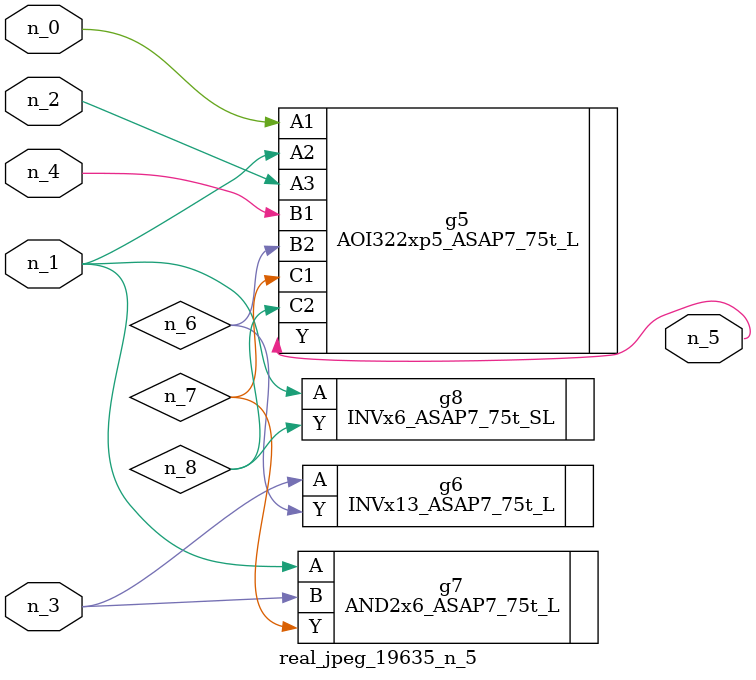
<source format=v>
module real_jpeg_19635_n_5 (n_4, n_0, n_1, n_2, n_3, n_5);

input n_4;
input n_0;
input n_1;
input n_2;
input n_3;

output n_5;

wire n_8;
wire n_6;
wire n_7;

AOI322xp5_ASAP7_75t_L g5 ( 
.A1(n_0),
.A2(n_1),
.A3(n_2),
.B1(n_4),
.B2(n_6),
.C1(n_7),
.C2(n_8),
.Y(n_5)
);

AND2x6_ASAP7_75t_L g7 ( 
.A(n_1),
.B(n_3),
.Y(n_7)
);

INVx6_ASAP7_75t_SL g8 ( 
.A(n_1),
.Y(n_8)
);

INVx13_ASAP7_75t_L g6 ( 
.A(n_3),
.Y(n_6)
);


endmodule
</source>
